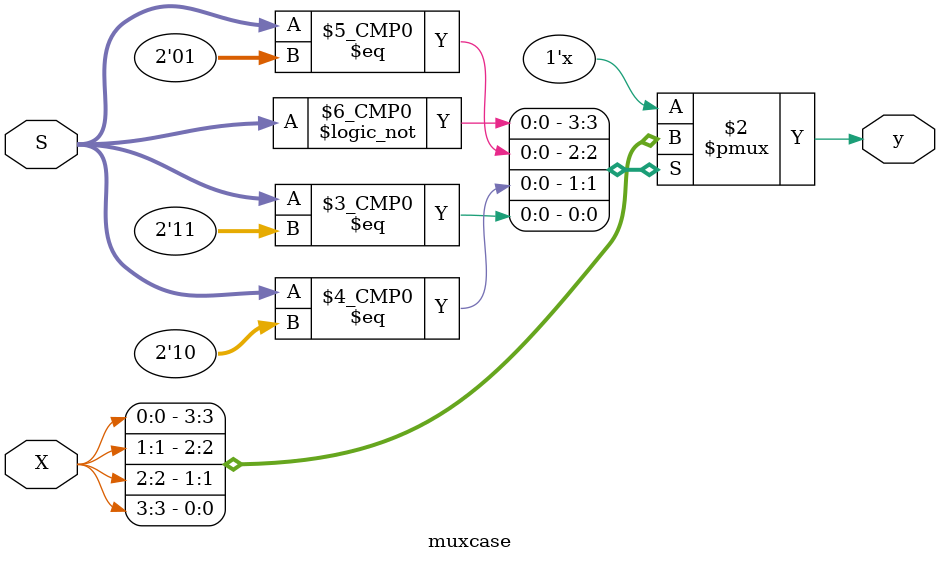
<source format=v>
module muxcase(X,S,y);
input [1:0]S;
input [3:0]X;
output reg y;
always @(S,X)
begin
case(S)
2'b00:y=X[0];
2'b01:y=X[1];
2'b10:y=X[2];
2'b11:y=X[3];
endcase
end
endmodule

</source>
